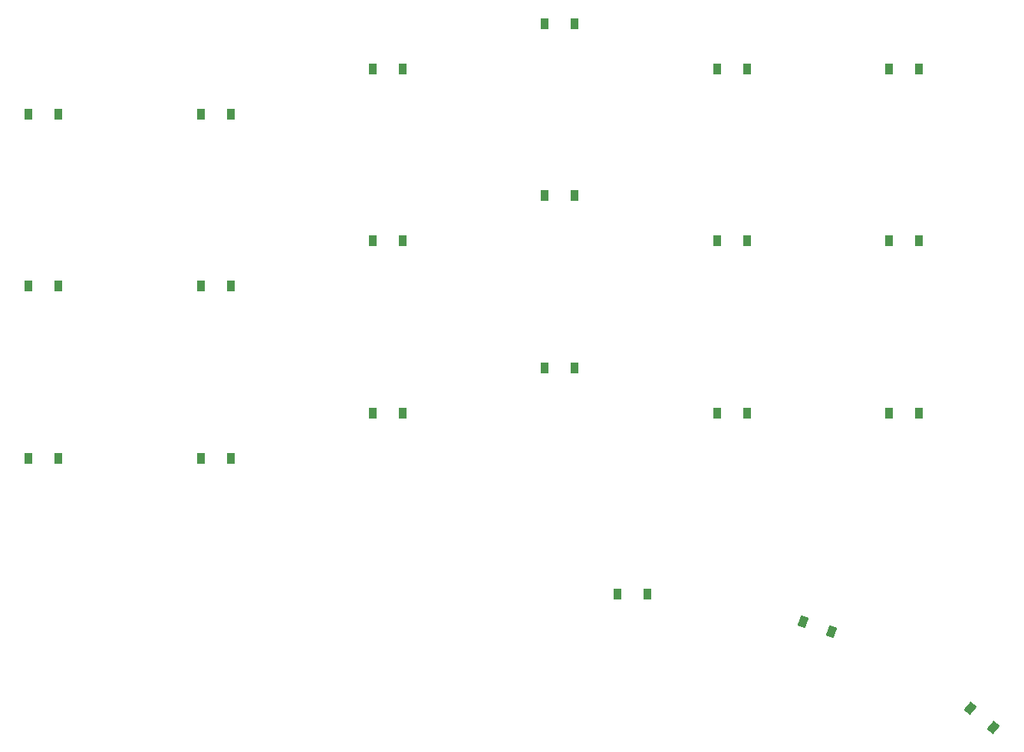
<source format=gbr>
%TF.GenerationSoftware,KiCad,Pcbnew,9.0.3*%
%TF.CreationDate,2025-09-27T17:43:50-06:00*%
%TF.ProjectId,left_connected,6c656674-5f63-46f6-9e6e-65637465642e,v1.0.0*%
%TF.SameCoordinates,Original*%
%TF.FileFunction,Paste,Top*%
%TF.FilePolarity,Positive*%
%FSLAX46Y46*%
G04 Gerber Fmt 4.6, Leading zero omitted, Abs format (unit mm)*
G04 Created by KiCad (PCBNEW 9.0.3) date 2025-09-27 17:43:50*
%MOMM*%
%LPD*%
G01*
G04 APERTURE LIST*
G04 Aperture macros list*
%AMRotRect*
0 Rectangle, with rotation*
0 The origin of the aperture is its center*
0 $1 length*
0 $2 width*
0 $3 Rotation angle, in degrees counterclockwise*
0 Add horizontal line*
21,1,$1,$2,0,0,$3*%
G04 Aperture macros list end*
%ADD10R,0.900000X1.200000*%
%ADD11RotRect,0.900000X1.200000X340.000000*%
%ADD12RotRect,0.900000X1.200000X320.000000*%
G04 APERTURE END LIST*
D10*
%TO.C,D9*%
X136350000Y-62000000D03*
X139650000Y-62000000D03*
%TD*%
%TO.C,D6*%
X117350000Y-67000000D03*
X120650000Y-67000000D03*
%TD*%
%TO.C,D5*%
X117350000Y-86000000D03*
X120650000Y-86000000D03*
%TD*%
%TO.C,D12*%
X155350000Y-57000000D03*
X158650000Y-57000000D03*
%TD*%
%TO.C,D1*%
X98350000Y-105000000D03*
X101650000Y-105000000D03*
%TD*%
D11*
%TO.C,D20*%
X183872494Y-123036791D03*
X186973480Y-124165457D03*
%TD*%
D10*
%TO.C,D16*%
X193350000Y-100000000D03*
X196650000Y-100000000D03*
%TD*%
%TO.C,D10*%
X155350000Y-95000000D03*
X158650000Y-95000000D03*
%TD*%
%TO.C,D18*%
X193350000Y-62000000D03*
X196650000Y-62000000D03*
%TD*%
%TO.C,D7*%
X136350000Y-100000000D03*
X139650000Y-100000000D03*
%TD*%
%TO.C,D19*%
X163350000Y-120000000D03*
X166650000Y-120000000D03*
%TD*%
%TO.C,D14*%
X174350000Y-81000000D03*
X177650000Y-81000000D03*
%TD*%
%TO.C,D3*%
X98350000Y-67000000D03*
X101650000Y-67000000D03*
%TD*%
%TO.C,D17*%
X193350000Y-81000000D03*
X196650000Y-81000000D03*
%TD*%
%TO.C,D11*%
X155350000Y-76000000D03*
X158650000Y-76000000D03*
%TD*%
%TO.C,D13*%
X174350000Y-100000000D03*
X177650000Y-100000000D03*
%TD*%
%TO.C,D2*%
X98350000Y-86000000D03*
X101650000Y-86000000D03*
%TD*%
%TO.C,D15*%
X174350000Y-62000000D03*
X177650000Y-62000000D03*
%TD*%
D12*
%TO.C,D21*%
X202292335Y-132608778D03*
X204820281Y-134729978D03*
%TD*%
D10*
%TO.C,D8*%
X136350000Y-81000000D03*
X139650000Y-81000000D03*
%TD*%
%TO.C,D4*%
X117350000Y-105000000D03*
X120650000Y-105000000D03*
%TD*%
M02*

</source>
